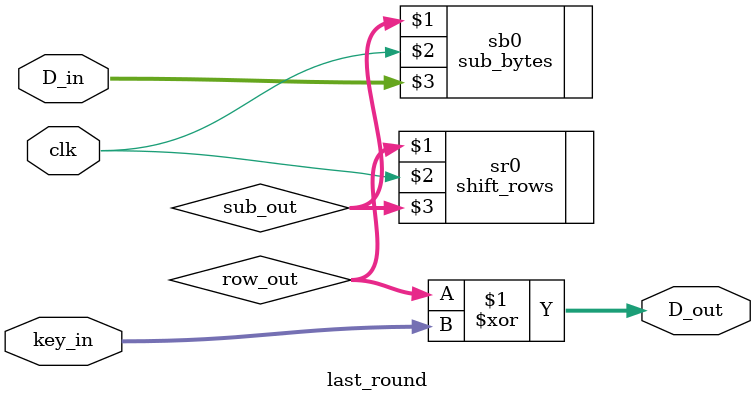
<source format=sv>
`timescale 1 ns / 1 ps

module last_round (D_out, clk, D_in, key_in);

    output [127:0] D_out;
    input [127:0] D_in, key_in;
    input clk;

	wire [127:0] sub_out, row_out;

	sub_bytes sb0(sub_out, clk, D_in);
	shift_rows sr0(row_out, clk, sub_out);
	assign D_out = row_out^key_in;

endmodule
</source>
